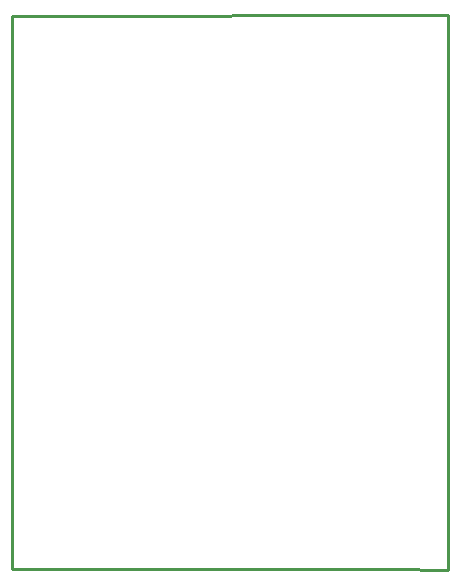
<source format=gbr>
G04 EAGLE Gerber RS-274X export*
G75*
%MOMM*%
%FSLAX34Y34*%
%LPD*%
%IN*%
%IPPOS*%
%AMOC8*
5,1,8,0,0,1.08239X$1,22.5*%
G01*
%ADD10C,0.254000*%


D10*
X0Y0D02*
X320294Y0D01*
X368808Y-508D01*
X368808Y469138D01*
X0Y467868D01*
X0Y0D01*
M02*

</source>
